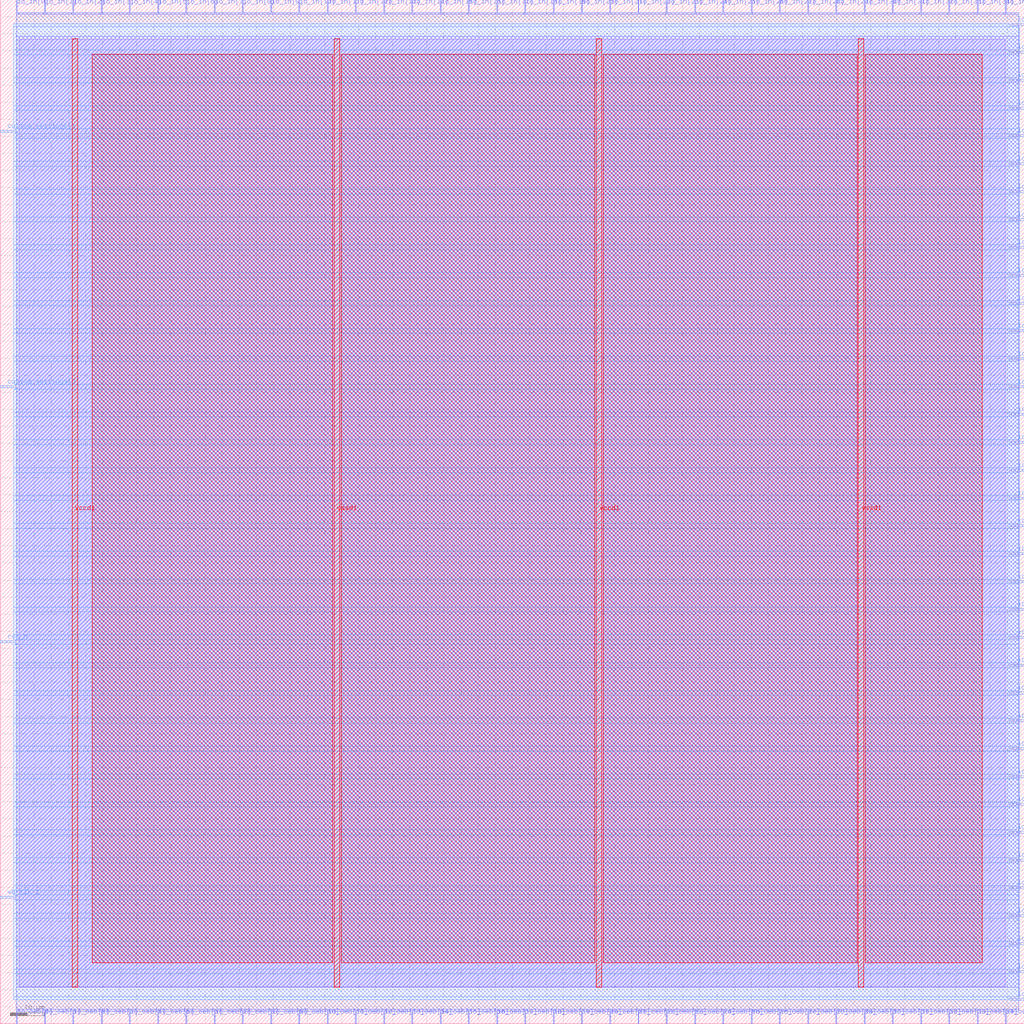
<source format=lef>
VERSION 5.7 ;
  NOWIREEXTENSIONATPIN ON ;
  DIVIDERCHAR "/" ;
  BUSBITCHARS "[]" ;
MACRO ci2406_z80
  CLASS BLOCK ;
  FOREIGN ci2406_z80 ;
  ORIGIN 0.000 0.000 ;
  SIZE 300.000 BY 300.000 ;
  PIN custom_settings[0]
    DIRECTION INPUT ;
    USE SIGNAL ;
    ANTENNAGATEAREA 0.213000 ;
    PORT
      LAYER met3 ;
        RECT 0.000 186.360 4.000 186.960 ;
    END
  END custom_settings[0]
  PIN custom_settings[1]
    DIRECTION INPUT ;
    USE SIGNAL ;
    PORT
      LAYER met3 ;
        RECT 0.000 261.160 4.000 261.760 ;
    END
  END custom_settings[1]
  PIN io_in[0]
    DIRECTION INPUT ;
    USE SIGNAL ;
    PORT
      LAYER met2 ;
        RECT 4.690 296.000 4.970 300.000 ;
    END
  END io_in[0]
  PIN io_in[10]
    DIRECTION INPUT ;
    USE SIGNAL ;
    PORT
      LAYER met2 ;
        RECT 87.490 296.000 87.770 300.000 ;
    END
  END io_in[10]
  PIN io_in[11]
    DIRECTION INPUT ;
    USE SIGNAL ;
    PORT
      LAYER met2 ;
        RECT 95.770 296.000 96.050 300.000 ;
    END
  END io_in[11]
  PIN io_in[12]
    DIRECTION INPUT ;
    USE SIGNAL ;
    PORT
      LAYER met2 ;
        RECT 104.050 296.000 104.330 300.000 ;
    END
  END io_in[12]
  PIN io_in[13]
    DIRECTION INPUT ;
    USE SIGNAL ;
    PORT
      LAYER met2 ;
        RECT 112.330 296.000 112.610 300.000 ;
    END
  END io_in[13]
  PIN io_in[14]
    DIRECTION INPUT ;
    USE SIGNAL ;
    PORT
      LAYER met2 ;
        RECT 120.610 296.000 120.890 300.000 ;
    END
  END io_in[14]
  PIN io_in[15]
    DIRECTION INPUT ;
    USE SIGNAL ;
    PORT
      LAYER met2 ;
        RECT 128.890 296.000 129.170 300.000 ;
    END
  END io_in[15]
  PIN io_in[16]
    DIRECTION INPUT ;
    USE SIGNAL ;
    PORT
      LAYER met2 ;
        RECT 137.170 296.000 137.450 300.000 ;
    END
  END io_in[16]
  PIN io_in[17]
    DIRECTION INPUT ;
    USE SIGNAL ;
    PORT
      LAYER met2 ;
        RECT 145.450 296.000 145.730 300.000 ;
    END
  END io_in[17]
  PIN io_in[18]
    DIRECTION INPUT ;
    USE SIGNAL ;
    PORT
      LAYER met2 ;
        RECT 153.730 296.000 154.010 300.000 ;
    END
  END io_in[18]
  PIN io_in[19]
    DIRECTION INPUT ;
    USE SIGNAL ;
    PORT
      LAYER met2 ;
        RECT 162.010 296.000 162.290 300.000 ;
    END
  END io_in[19]
  PIN io_in[1]
    DIRECTION INPUT ;
    USE SIGNAL ;
    PORT
      LAYER met2 ;
        RECT 12.970 296.000 13.250 300.000 ;
    END
  END io_in[1]
  PIN io_in[20]
    DIRECTION INPUT ;
    USE SIGNAL ;
    PORT
      LAYER met2 ;
        RECT 170.290 296.000 170.570 300.000 ;
    END
  END io_in[20]
  PIN io_in[21]
    DIRECTION INPUT ;
    USE SIGNAL ;
    PORT
      LAYER met2 ;
        RECT 178.570 296.000 178.850 300.000 ;
    END
  END io_in[21]
  PIN io_in[22]
    DIRECTION INPUT ;
    USE SIGNAL ;
    ANTENNAGATEAREA 0.126000 ;
    PORT
      LAYER met2 ;
        RECT 186.850 296.000 187.130 300.000 ;
    END
  END io_in[22]
  PIN io_in[23]
    DIRECTION INPUT ;
    USE SIGNAL ;
    ANTENNAGATEAREA 0.126000 ;
    PORT
      LAYER met2 ;
        RECT 195.130 296.000 195.410 300.000 ;
    END
  END io_in[23]
  PIN io_in[24]
    DIRECTION INPUT ;
    USE SIGNAL ;
    ANTENNAGATEAREA 0.159000 ;
    PORT
      LAYER met2 ;
        RECT 203.410 296.000 203.690 300.000 ;
    END
  END io_in[24]
  PIN io_in[25]
    DIRECTION INPUT ;
    USE SIGNAL ;
    ANTENNAGATEAREA 0.213000 ;
    PORT
      LAYER met2 ;
        RECT 211.690 296.000 211.970 300.000 ;
    END
  END io_in[25]
  PIN io_in[26]
    DIRECTION INPUT ;
    USE SIGNAL ;
    ANTENNAGATEAREA 0.213000 ;
    PORT
      LAYER met2 ;
        RECT 219.970 296.000 220.250 300.000 ;
    END
  END io_in[26]
  PIN io_in[27]
    DIRECTION INPUT ;
    USE SIGNAL ;
    ANTENNAGATEAREA 0.213000 ;
    PORT
      LAYER met2 ;
        RECT 228.250 296.000 228.530 300.000 ;
    END
  END io_in[27]
  PIN io_in[28]
    DIRECTION INPUT ;
    USE SIGNAL ;
    ANTENNAGATEAREA 0.213000 ;
    PORT
      LAYER met2 ;
        RECT 236.530 296.000 236.810 300.000 ;
    END
  END io_in[28]
  PIN io_in[29]
    DIRECTION INPUT ;
    USE SIGNAL ;
    ANTENNAGATEAREA 0.213000 ;
    PORT
      LAYER met2 ;
        RECT 244.810 296.000 245.090 300.000 ;
    END
  END io_in[29]
  PIN io_in[2]
    DIRECTION INPUT ;
    USE SIGNAL ;
    PORT
      LAYER met2 ;
        RECT 21.250 296.000 21.530 300.000 ;
    END
  END io_in[2]
  PIN io_in[30]
    DIRECTION INPUT ;
    USE SIGNAL ;
    ANTENNAGATEAREA 0.196500 ;
    PORT
      LAYER met2 ;
        RECT 253.090 296.000 253.370 300.000 ;
    END
  END io_in[30]
  PIN io_in[31]
    DIRECTION INPUT ;
    USE SIGNAL ;
    ANTENNAGATEAREA 0.196500 ;
    PORT
      LAYER met2 ;
        RECT 261.370 296.000 261.650 300.000 ;
    END
  END io_in[31]
  PIN io_in[32]
    DIRECTION INPUT ;
    USE SIGNAL ;
    PORT
      LAYER met2 ;
        RECT 269.650 296.000 269.930 300.000 ;
    END
  END io_in[32]
  PIN io_in[33]
    DIRECTION INPUT ;
    USE SIGNAL ;
    PORT
      LAYER met2 ;
        RECT 277.930 296.000 278.210 300.000 ;
    END
  END io_in[33]
  PIN io_in[34]
    DIRECTION INPUT ;
    USE SIGNAL ;
    PORT
      LAYER met2 ;
        RECT 286.210 296.000 286.490 300.000 ;
    END
  END io_in[34]
  PIN io_in[35]
    DIRECTION INPUT ;
    USE SIGNAL ;
    ANTENNAGATEAREA 0.196500 ;
    PORT
      LAYER met2 ;
        RECT 294.490 296.000 294.770 300.000 ;
    END
  END io_in[35]
  PIN io_in[3]
    DIRECTION INPUT ;
    USE SIGNAL ;
    PORT
      LAYER met2 ;
        RECT 29.530 296.000 29.810 300.000 ;
    END
  END io_in[3]
  PIN io_in[4]
    DIRECTION INPUT ;
    USE SIGNAL ;
    ANTENNAGATEAREA 0.213000 ;
    PORT
      LAYER met2 ;
        RECT 37.810 296.000 38.090 300.000 ;
    END
  END io_in[4]
  PIN io_in[5]
    DIRECTION INPUT ;
    USE SIGNAL ;
    PORT
      LAYER met2 ;
        RECT 46.090 296.000 46.370 300.000 ;
    END
  END io_in[5]
  PIN io_in[6]
    DIRECTION INPUT ;
    USE SIGNAL ;
    PORT
      LAYER met2 ;
        RECT 54.370 296.000 54.650 300.000 ;
    END
  END io_in[6]
  PIN io_in[7]
    DIRECTION INPUT ;
    USE SIGNAL ;
    PORT
      LAYER met2 ;
        RECT 62.650 296.000 62.930 300.000 ;
    END
  END io_in[7]
  PIN io_in[8]
    DIRECTION INPUT ;
    USE SIGNAL ;
    PORT
      LAYER met2 ;
        RECT 70.930 296.000 71.210 300.000 ;
    END
  END io_in[8]
  PIN io_in[9]
    DIRECTION INPUT ;
    USE SIGNAL ;
    PORT
      LAYER met2 ;
        RECT 79.210 296.000 79.490 300.000 ;
    END
  END io_in[9]
  PIN io_oeb[0]
    DIRECTION OUTPUT TRISTATE ;
    USE SIGNAL ;
    PORT
      LAYER met2 ;
        RECT 4.690 0.000 4.970 4.000 ;
    END
  END io_oeb[0]
  PIN io_oeb[10]
    DIRECTION OUTPUT TRISTATE ;
    USE SIGNAL ;
    PORT
      LAYER met2 ;
        RECT 87.490 0.000 87.770 4.000 ;
    END
  END io_oeb[10]
  PIN io_oeb[11]
    DIRECTION OUTPUT TRISTATE ;
    USE SIGNAL ;
    PORT
      LAYER met2 ;
        RECT 95.770 0.000 96.050 4.000 ;
    END
  END io_oeb[11]
  PIN io_oeb[12]
    DIRECTION OUTPUT TRISTATE ;
    USE SIGNAL ;
    PORT
      LAYER met2 ;
        RECT 104.050 0.000 104.330 4.000 ;
    END
  END io_oeb[12]
  PIN io_oeb[13]
    DIRECTION OUTPUT TRISTATE ;
    USE SIGNAL ;
    PORT
      LAYER met2 ;
        RECT 112.330 0.000 112.610 4.000 ;
    END
  END io_oeb[13]
  PIN io_oeb[14]
    DIRECTION OUTPUT TRISTATE ;
    USE SIGNAL ;
    PORT
      LAYER met2 ;
        RECT 120.610 0.000 120.890 4.000 ;
    END
  END io_oeb[14]
  PIN io_oeb[15]
    DIRECTION OUTPUT TRISTATE ;
    USE SIGNAL ;
    PORT
      LAYER met2 ;
        RECT 128.890 0.000 129.170 4.000 ;
    END
  END io_oeb[15]
  PIN io_oeb[16]
    DIRECTION OUTPUT TRISTATE ;
    USE SIGNAL ;
    PORT
      LAYER met2 ;
        RECT 137.170 0.000 137.450 4.000 ;
    END
  END io_oeb[16]
  PIN io_oeb[17]
    DIRECTION OUTPUT TRISTATE ;
    USE SIGNAL ;
    PORT
      LAYER met2 ;
        RECT 145.450 0.000 145.730 4.000 ;
    END
  END io_oeb[17]
  PIN io_oeb[18]
    DIRECTION OUTPUT TRISTATE ;
    USE SIGNAL ;
    PORT
      LAYER met2 ;
        RECT 153.730 0.000 154.010 4.000 ;
    END
  END io_oeb[18]
  PIN io_oeb[19]
    DIRECTION OUTPUT TRISTATE ;
    USE SIGNAL ;
    PORT
      LAYER met2 ;
        RECT 162.010 0.000 162.290 4.000 ;
    END
  END io_oeb[19]
  PIN io_oeb[1]
    DIRECTION OUTPUT TRISTATE ;
    USE SIGNAL ;
    PORT
      LAYER met2 ;
        RECT 12.970 0.000 13.250 4.000 ;
    END
  END io_oeb[1]
  PIN io_oeb[20]
    DIRECTION OUTPUT TRISTATE ;
    USE SIGNAL ;
    PORT
      LAYER met2 ;
        RECT 170.290 0.000 170.570 4.000 ;
    END
  END io_oeb[20]
  PIN io_oeb[21]
    DIRECTION OUTPUT TRISTATE ;
    USE SIGNAL ;
    PORT
      LAYER met2 ;
        RECT 178.570 0.000 178.850 4.000 ;
    END
  END io_oeb[21]
  PIN io_oeb[22]
    DIRECTION OUTPUT TRISTATE ;
    USE SIGNAL ;
    ANTENNADIFFAREA 2.673000 ;
    PORT
      LAYER met2 ;
        RECT 186.850 0.000 187.130 4.000 ;
    END
  END io_oeb[22]
  PIN io_oeb[23]
    DIRECTION OUTPUT TRISTATE ;
    USE SIGNAL ;
    ANTENNADIFFAREA 2.673000 ;
    PORT
      LAYER met2 ;
        RECT 195.130 0.000 195.410 4.000 ;
    END
  END io_oeb[23]
  PIN io_oeb[24]
    DIRECTION OUTPUT TRISTATE ;
    USE SIGNAL ;
    ANTENNADIFFAREA 2.673000 ;
    PORT
      LAYER met2 ;
        RECT 203.410 0.000 203.690 4.000 ;
    END
  END io_oeb[24]
  PIN io_oeb[25]
    DIRECTION OUTPUT TRISTATE ;
    USE SIGNAL ;
    ANTENNADIFFAREA 2.673000 ;
    PORT
      LAYER met2 ;
        RECT 211.690 0.000 211.970 4.000 ;
    END
  END io_oeb[25]
  PIN io_oeb[26]
    DIRECTION OUTPUT TRISTATE ;
    USE SIGNAL ;
    ANTENNADIFFAREA 2.673000 ;
    PORT
      LAYER met2 ;
        RECT 219.970 0.000 220.250 4.000 ;
    END
  END io_oeb[26]
  PIN io_oeb[27]
    DIRECTION OUTPUT TRISTATE ;
    USE SIGNAL ;
    ANTENNADIFFAREA 2.673000 ;
    PORT
      LAYER met2 ;
        RECT 228.250 0.000 228.530 4.000 ;
    END
  END io_oeb[27]
  PIN io_oeb[28]
    DIRECTION OUTPUT TRISTATE ;
    USE SIGNAL ;
    ANTENNADIFFAREA 2.673000 ;
    PORT
      LAYER met2 ;
        RECT 236.530 0.000 236.810 4.000 ;
    END
  END io_oeb[28]
  PIN io_oeb[29]
    DIRECTION OUTPUT TRISTATE ;
    USE SIGNAL ;
    ANTENNADIFFAREA 2.673000 ;
    PORT
      LAYER met2 ;
        RECT 244.810 0.000 245.090 4.000 ;
    END
  END io_oeb[29]
  PIN io_oeb[2]
    DIRECTION OUTPUT TRISTATE ;
    USE SIGNAL ;
    PORT
      LAYER met2 ;
        RECT 21.250 0.000 21.530 4.000 ;
    END
  END io_oeb[2]
  PIN io_oeb[30]
    DIRECTION OUTPUT TRISTATE ;
    USE SIGNAL ;
    PORT
      LAYER met2 ;
        RECT 253.090 0.000 253.370 4.000 ;
    END
  END io_oeb[30]
  PIN io_oeb[31]
    DIRECTION OUTPUT TRISTATE ;
    USE SIGNAL ;
    PORT
      LAYER met2 ;
        RECT 261.370 0.000 261.650 4.000 ;
    END
  END io_oeb[31]
  PIN io_oeb[32]
    DIRECTION OUTPUT TRISTATE ;
    USE SIGNAL ;
    PORT
      LAYER met2 ;
        RECT 269.650 0.000 269.930 4.000 ;
    END
  END io_oeb[32]
  PIN io_oeb[33]
    DIRECTION OUTPUT TRISTATE ;
    USE SIGNAL ;
    PORT
      LAYER met2 ;
        RECT 277.930 0.000 278.210 4.000 ;
    END
  END io_oeb[33]
  PIN io_oeb[34]
    DIRECTION OUTPUT TRISTATE ;
    USE SIGNAL ;
    PORT
      LAYER met2 ;
        RECT 286.210 0.000 286.490 4.000 ;
    END
  END io_oeb[34]
  PIN io_oeb[35]
    DIRECTION OUTPUT TRISTATE ;
    USE SIGNAL ;
    PORT
      LAYER met2 ;
        RECT 294.490 0.000 294.770 4.000 ;
    END
  END io_oeb[35]
  PIN io_oeb[3]
    DIRECTION OUTPUT TRISTATE ;
    USE SIGNAL ;
    PORT
      LAYER met2 ;
        RECT 29.530 0.000 29.810 4.000 ;
    END
  END io_oeb[3]
  PIN io_oeb[4]
    DIRECTION OUTPUT TRISTATE ;
    USE SIGNAL ;
    PORT
      LAYER met2 ;
        RECT 37.810 0.000 38.090 4.000 ;
    END
  END io_oeb[4]
  PIN io_oeb[5]
    DIRECTION OUTPUT TRISTATE ;
    USE SIGNAL ;
    PORT
      LAYER met2 ;
        RECT 46.090 0.000 46.370 4.000 ;
    END
  END io_oeb[5]
  PIN io_oeb[6]
    DIRECTION OUTPUT TRISTATE ;
    USE SIGNAL ;
    PORT
      LAYER met2 ;
        RECT 54.370 0.000 54.650 4.000 ;
    END
  END io_oeb[6]
  PIN io_oeb[7]
    DIRECTION OUTPUT TRISTATE ;
    USE SIGNAL ;
    PORT
      LAYER met2 ;
        RECT 62.650 0.000 62.930 4.000 ;
    END
  END io_oeb[7]
  PIN io_oeb[8]
    DIRECTION OUTPUT TRISTATE ;
    USE SIGNAL ;
    PORT
      LAYER met2 ;
        RECT 70.930 0.000 71.210 4.000 ;
    END
  END io_oeb[8]
  PIN io_oeb[9]
    DIRECTION OUTPUT TRISTATE ;
    USE SIGNAL ;
    PORT
      LAYER met2 ;
        RECT 79.210 0.000 79.490 4.000 ;
    END
  END io_oeb[9]
  PIN io_out[0]
    DIRECTION OUTPUT TRISTATE ;
    USE SIGNAL ;
    ANTENNADIFFAREA 2.673000 ;
    PORT
      LAYER met3 ;
        RECT 296.000 6.840 300.000 7.440 ;
    END
  END io_out[0]
  PIN io_out[10]
    DIRECTION OUTPUT TRISTATE ;
    USE SIGNAL ;
    ANTENNADIFFAREA 2.673000 ;
    PORT
      LAYER met3 ;
        RECT 296.000 88.440 300.000 89.040 ;
    END
  END io_out[10]
  PIN io_out[11]
    DIRECTION OUTPUT TRISTATE ;
    USE SIGNAL ;
    ANTENNADIFFAREA 2.673000 ;
    PORT
      LAYER met3 ;
        RECT 296.000 96.600 300.000 97.200 ;
    END
  END io_out[11]
  PIN io_out[12]
    DIRECTION OUTPUT TRISTATE ;
    USE SIGNAL ;
    ANTENNADIFFAREA 2.673000 ;
    PORT
      LAYER met3 ;
        RECT 296.000 104.760 300.000 105.360 ;
    END
  END io_out[12]
  PIN io_out[13]
    DIRECTION OUTPUT TRISTATE ;
    USE SIGNAL ;
    ANTENNADIFFAREA 2.673000 ;
    PORT
      LAYER met3 ;
        RECT 296.000 112.920 300.000 113.520 ;
    END
  END io_out[13]
  PIN io_out[14]
    DIRECTION OUTPUT TRISTATE ;
    USE SIGNAL ;
    ANTENNADIFFAREA 2.673000 ;
    PORT
      LAYER met3 ;
        RECT 296.000 121.080 300.000 121.680 ;
    END
  END io_out[14]
  PIN io_out[15]
    DIRECTION OUTPUT TRISTATE ;
    USE SIGNAL ;
    ANTENNADIFFAREA 2.673000 ;
    PORT
      LAYER met3 ;
        RECT 296.000 129.240 300.000 129.840 ;
    END
  END io_out[15]
  PIN io_out[16]
    DIRECTION OUTPUT TRISTATE ;
    USE SIGNAL ;
    ANTENNADIFFAREA 2.673000 ;
    PORT
      LAYER met3 ;
        RECT 296.000 137.400 300.000 138.000 ;
    END
  END io_out[16]
  PIN io_out[17]
    DIRECTION OUTPUT TRISTATE ;
    USE SIGNAL ;
    ANTENNADIFFAREA 2.673000 ;
    PORT
      LAYER met3 ;
        RECT 296.000 145.560 300.000 146.160 ;
    END
  END io_out[17]
  PIN io_out[18]
    DIRECTION OUTPUT TRISTATE ;
    USE SIGNAL ;
    ANTENNADIFFAREA 2.673000 ;
    PORT
      LAYER met3 ;
        RECT 296.000 153.720 300.000 154.320 ;
    END
  END io_out[18]
  PIN io_out[19]
    DIRECTION OUTPUT TRISTATE ;
    USE SIGNAL ;
    ANTENNADIFFAREA 2.673000 ;
    PORT
      LAYER met3 ;
        RECT 296.000 161.880 300.000 162.480 ;
    END
  END io_out[19]
  PIN io_out[1]
    DIRECTION OUTPUT TRISTATE ;
    USE SIGNAL ;
    ANTENNADIFFAREA 2.673000 ;
    PORT
      LAYER met3 ;
        RECT 296.000 15.000 300.000 15.600 ;
    END
  END io_out[1]
  PIN io_out[20]
    DIRECTION OUTPUT TRISTATE ;
    USE SIGNAL ;
    ANTENNADIFFAREA 2.673000 ;
    PORT
      LAYER met3 ;
        RECT 296.000 170.040 300.000 170.640 ;
    END
  END io_out[20]
  PIN io_out[21]
    DIRECTION OUTPUT TRISTATE ;
    USE SIGNAL ;
    ANTENNADIFFAREA 2.673000 ;
    PORT
      LAYER met3 ;
        RECT 296.000 178.200 300.000 178.800 ;
    END
  END io_out[21]
  PIN io_out[22]
    DIRECTION OUTPUT TRISTATE ;
    USE SIGNAL ;
    ANTENNADIFFAREA 2.673000 ;
    PORT
      LAYER met3 ;
        RECT 296.000 186.360 300.000 186.960 ;
    END
  END io_out[22]
  PIN io_out[23]
    DIRECTION OUTPUT TRISTATE ;
    USE SIGNAL ;
    ANTENNADIFFAREA 2.673000 ;
    PORT
      LAYER met3 ;
        RECT 296.000 194.520 300.000 195.120 ;
    END
  END io_out[23]
  PIN io_out[24]
    DIRECTION OUTPUT TRISTATE ;
    USE SIGNAL ;
    ANTENNADIFFAREA 2.673000 ;
    PORT
      LAYER met3 ;
        RECT 296.000 202.680 300.000 203.280 ;
    END
  END io_out[24]
  PIN io_out[25]
    DIRECTION OUTPUT TRISTATE ;
    USE SIGNAL ;
    ANTENNADIFFAREA 2.673000 ;
    PORT
      LAYER met3 ;
        RECT 296.000 210.840 300.000 211.440 ;
    END
  END io_out[25]
  PIN io_out[26]
    DIRECTION OUTPUT TRISTATE ;
    USE SIGNAL ;
    ANTENNADIFFAREA 2.673000 ;
    PORT
      LAYER met3 ;
        RECT 296.000 219.000 300.000 219.600 ;
    END
  END io_out[26]
  PIN io_out[27]
    DIRECTION OUTPUT TRISTATE ;
    USE SIGNAL ;
    ANTENNADIFFAREA 2.673000 ;
    PORT
      LAYER met3 ;
        RECT 296.000 227.160 300.000 227.760 ;
    END
  END io_out[27]
  PIN io_out[28]
    DIRECTION OUTPUT TRISTATE ;
    USE SIGNAL ;
    ANTENNADIFFAREA 2.673000 ;
    PORT
      LAYER met3 ;
        RECT 296.000 235.320 300.000 235.920 ;
    END
  END io_out[28]
  PIN io_out[29]
    DIRECTION OUTPUT TRISTATE ;
    USE SIGNAL ;
    ANTENNADIFFAREA 2.673000 ;
    PORT
      LAYER met3 ;
        RECT 296.000 243.480 300.000 244.080 ;
    END
  END io_out[29]
  PIN io_out[2]
    DIRECTION OUTPUT TRISTATE ;
    USE SIGNAL ;
    ANTENNADIFFAREA 2.673000 ;
    PORT
      LAYER met3 ;
        RECT 296.000 23.160 300.000 23.760 ;
    END
  END io_out[2]
  PIN io_out[30]
    DIRECTION OUTPUT TRISTATE ;
    USE SIGNAL ;
    PORT
      LAYER met3 ;
        RECT 296.000 251.640 300.000 252.240 ;
    END
  END io_out[30]
  PIN io_out[31]
    DIRECTION OUTPUT TRISTATE ;
    USE SIGNAL ;
    PORT
      LAYER met3 ;
        RECT 296.000 259.800 300.000 260.400 ;
    END
  END io_out[31]
  PIN io_out[32]
    DIRECTION OUTPUT TRISTATE ;
    USE SIGNAL ;
    ANTENNADIFFAREA 2.673000 ;
    PORT
      LAYER met3 ;
        RECT 296.000 267.960 300.000 268.560 ;
    END
  END io_out[32]
  PIN io_out[33]
    DIRECTION OUTPUT TRISTATE ;
    USE SIGNAL ;
    ANTENNADIFFAREA 2.673000 ;
    PORT
      LAYER met3 ;
        RECT 296.000 276.120 300.000 276.720 ;
    END
  END io_out[33]
  PIN io_out[34]
    DIRECTION OUTPUT TRISTATE ;
    USE SIGNAL ;
    ANTENNADIFFAREA 2.673000 ;
    PORT
      LAYER met3 ;
        RECT 296.000 284.280 300.000 284.880 ;
    END
  END io_out[34]
  PIN io_out[35]
    DIRECTION OUTPUT TRISTATE ;
    USE SIGNAL ;
    PORT
      LAYER met3 ;
        RECT 296.000 292.440 300.000 293.040 ;
    END
  END io_out[35]
  PIN io_out[3]
    DIRECTION OUTPUT TRISTATE ;
    USE SIGNAL ;
    ANTENNADIFFAREA 2.673000 ;
    PORT
      LAYER met3 ;
        RECT 296.000 31.320 300.000 31.920 ;
    END
  END io_out[3]
  PIN io_out[4]
    DIRECTION OUTPUT TRISTATE ;
    USE SIGNAL ;
    PORT
      LAYER met3 ;
        RECT 296.000 39.480 300.000 40.080 ;
    END
  END io_out[4]
  PIN io_out[5]
    DIRECTION OUTPUT TRISTATE ;
    USE SIGNAL ;
    ANTENNADIFFAREA 2.673000 ;
    PORT
      LAYER met3 ;
        RECT 296.000 47.640 300.000 48.240 ;
    END
  END io_out[5]
  PIN io_out[6]
    DIRECTION OUTPUT TRISTATE ;
    USE SIGNAL ;
    ANTENNADIFFAREA 2.673000 ;
    PORT
      LAYER met3 ;
        RECT 296.000 55.800 300.000 56.400 ;
    END
  END io_out[6]
  PIN io_out[7]
    DIRECTION OUTPUT TRISTATE ;
    USE SIGNAL ;
    ANTENNADIFFAREA 2.673000 ;
    PORT
      LAYER met3 ;
        RECT 296.000 63.960 300.000 64.560 ;
    END
  END io_out[7]
  PIN io_out[8]
    DIRECTION OUTPUT TRISTATE ;
    USE SIGNAL ;
    ANTENNADIFFAREA 2.673000 ;
    PORT
      LAYER met3 ;
        RECT 296.000 72.120 300.000 72.720 ;
    END
  END io_out[8]
  PIN io_out[9]
    DIRECTION OUTPUT TRISTATE ;
    USE SIGNAL ;
    ANTENNADIFFAREA 2.673000 ;
    PORT
      LAYER met3 ;
        RECT 296.000 80.280 300.000 80.880 ;
    END
  END io_out[9]
  PIN rst_n
    DIRECTION INPUT ;
    USE SIGNAL ;
    ANTENNAGATEAREA 0.126000 ;
    PORT
      LAYER met3 ;
        RECT 0.000 111.560 4.000 112.160 ;
    END
  END rst_n
  PIN vccd1
    DIRECTION INOUT ;
    USE POWER ;
    PORT
      LAYER met4 ;
        RECT 21.040 10.640 22.640 288.560 ;
    END
    PORT
      LAYER met4 ;
        RECT 174.640 10.640 176.240 288.560 ;
    END
  END vccd1
  PIN vssd1
    DIRECTION INOUT ;
    USE GROUND ;
    PORT
      LAYER met4 ;
        RECT 97.840 10.640 99.440 288.560 ;
    END
    PORT
      LAYER met4 ;
        RECT 251.440 10.640 253.040 288.560 ;
    END
  END vssd1
  PIN wb_clk_i
    DIRECTION INPUT ;
    USE SIGNAL ;
    ANTENNAGATEAREA 0.852000 ;
    PORT
      LAYER met3 ;
        RECT 0.000 36.760 4.000 37.360 ;
    END
  END wb_clk_i
  OBS
      LAYER li1 ;
        RECT 5.520 10.795 294.400 288.405 ;
      LAYER met1 ;
        RECT 4.670 10.640 298.470 289.300 ;
      LAYER met2 ;
        RECT 5.250 295.720 12.690 296.210 ;
        RECT 13.530 295.720 20.970 296.210 ;
        RECT 21.810 295.720 29.250 296.210 ;
        RECT 30.090 295.720 37.530 296.210 ;
        RECT 38.370 295.720 45.810 296.210 ;
        RECT 46.650 295.720 54.090 296.210 ;
        RECT 54.930 295.720 62.370 296.210 ;
        RECT 63.210 295.720 70.650 296.210 ;
        RECT 71.490 295.720 78.930 296.210 ;
        RECT 79.770 295.720 87.210 296.210 ;
        RECT 88.050 295.720 95.490 296.210 ;
        RECT 96.330 295.720 103.770 296.210 ;
        RECT 104.610 295.720 112.050 296.210 ;
        RECT 112.890 295.720 120.330 296.210 ;
        RECT 121.170 295.720 128.610 296.210 ;
        RECT 129.450 295.720 136.890 296.210 ;
        RECT 137.730 295.720 145.170 296.210 ;
        RECT 146.010 295.720 153.450 296.210 ;
        RECT 154.290 295.720 161.730 296.210 ;
        RECT 162.570 295.720 170.010 296.210 ;
        RECT 170.850 295.720 178.290 296.210 ;
        RECT 179.130 295.720 186.570 296.210 ;
        RECT 187.410 295.720 194.850 296.210 ;
        RECT 195.690 295.720 203.130 296.210 ;
        RECT 203.970 295.720 211.410 296.210 ;
        RECT 212.250 295.720 219.690 296.210 ;
        RECT 220.530 295.720 227.970 296.210 ;
        RECT 228.810 295.720 236.250 296.210 ;
        RECT 237.090 295.720 244.530 296.210 ;
        RECT 245.370 295.720 252.810 296.210 ;
        RECT 253.650 295.720 261.090 296.210 ;
        RECT 261.930 295.720 269.370 296.210 ;
        RECT 270.210 295.720 277.650 296.210 ;
        RECT 278.490 295.720 285.930 296.210 ;
        RECT 286.770 295.720 294.210 296.210 ;
        RECT 295.050 295.720 298.450 296.210 ;
        RECT 4.690 4.280 298.450 295.720 ;
        RECT 5.250 3.670 12.690 4.280 ;
        RECT 13.530 3.670 20.970 4.280 ;
        RECT 21.810 3.670 29.250 4.280 ;
        RECT 30.090 3.670 37.530 4.280 ;
        RECT 38.370 3.670 45.810 4.280 ;
        RECT 46.650 3.670 54.090 4.280 ;
        RECT 54.930 3.670 62.370 4.280 ;
        RECT 63.210 3.670 70.650 4.280 ;
        RECT 71.490 3.670 78.930 4.280 ;
        RECT 79.770 3.670 87.210 4.280 ;
        RECT 88.050 3.670 95.490 4.280 ;
        RECT 96.330 3.670 103.770 4.280 ;
        RECT 104.610 3.670 112.050 4.280 ;
        RECT 112.890 3.670 120.330 4.280 ;
        RECT 121.170 3.670 128.610 4.280 ;
        RECT 129.450 3.670 136.890 4.280 ;
        RECT 137.730 3.670 145.170 4.280 ;
        RECT 146.010 3.670 153.450 4.280 ;
        RECT 154.290 3.670 161.730 4.280 ;
        RECT 162.570 3.670 170.010 4.280 ;
        RECT 170.850 3.670 178.290 4.280 ;
        RECT 179.130 3.670 186.570 4.280 ;
        RECT 187.410 3.670 194.850 4.280 ;
        RECT 195.690 3.670 203.130 4.280 ;
        RECT 203.970 3.670 211.410 4.280 ;
        RECT 212.250 3.670 219.690 4.280 ;
        RECT 220.530 3.670 227.970 4.280 ;
        RECT 228.810 3.670 236.250 4.280 ;
        RECT 237.090 3.670 244.530 4.280 ;
        RECT 245.370 3.670 252.810 4.280 ;
        RECT 253.650 3.670 261.090 4.280 ;
        RECT 261.930 3.670 269.370 4.280 ;
        RECT 270.210 3.670 277.650 4.280 ;
        RECT 278.490 3.670 285.930 4.280 ;
        RECT 286.770 3.670 294.210 4.280 ;
        RECT 295.050 3.670 298.450 4.280 ;
      LAYER met3 ;
        RECT 3.990 292.040 295.600 292.905 ;
        RECT 3.990 285.280 298.475 292.040 ;
        RECT 3.990 283.880 295.600 285.280 ;
        RECT 3.990 277.120 298.475 283.880 ;
        RECT 3.990 275.720 295.600 277.120 ;
        RECT 3.990 268.960 298.475 275.720 ;
        RECT 3.990 267.560 295.600 268.960 ;
        RECT 3.990 262.160 298.475 267.560 ;
        RECT 4.400 260.800 298.475 262.160 ;
        RECT 4.400 260.760 295.600 260.800 ;
        RECT 3.990 259.400 295.600 260.760 ;
        RECT 3.990 252.640 298.475 259.400 ;
        RECT 3.990 251.240 295.600 252.640 ;
        RECT 3.990 244.480 298.475 251.240 ;
        RECT 3.990 243.080 295.600 244.480 ;
        RECT 3.990 236.320 298.475 243.080 ;
        RECT 3.990 234.920 295.600 236.320 ;
        RECT 3.990 228.160 298.475 234.920 ;
        RECT 3.990 226.760 295.600 228.160 ;
        RECT 3.990 220.000 298.475 226.760 ;
        RECT 3.990 218.600 295.600 220.000 ;
        RECT 3.990 211.840 298.475 218.600 ;
        RECT 3.990 210.440 295.600 211.840 ;
        RECT 3.990 203.680 298.475 210.440 ;
        RECT 3.990 202.280 295.600 203.680 ;
        RECT 3.990 195.520 298.475 202.280 ;
        RECT 3.990 194.120 295.600 195.520 ;
        RECT 3.990 187.360 298.475 194.120 ;
        RECT 4.400 185.960 295.600 187.360 ;
        RECT 3.990 179.200 298.475 185.960 ;
        RECT 3.990 177.800 295.600 179.200 ;
        RECT 3.990 171.040 298.475 177.800 ;
        RECT 3.990 169.640 295.600 171.040 ;
        RECT 3.990 162.880 298.475 169.640 ;
        RECT 3.990 161.480 295.600 162.880 ;
        RECT 3.990 154.720 298.475 161.480 ;
        RECT 3.990 153.320 295.600 154.720 ;
        RECT 3.990 146.560 298.475 153.320 ;
        RECT 3.990 145.160 295.600 146.560 ;
        RECT 3.990 138.400 298.475 145.160 ;
        RECT 3.990 137.000 295.600 138.400 ;
        RECT 3.990 130.240 298.475 137.000 ;
        RECT 3.990 128.840 295.600 130.240 ;
        RECT 3.990 122.080 298.475 128.840 ;
        RECT 3.990 120.680 295.600 122.080 ;
        RECT 3.990 113.920 298.475 120.680 ;
        RECT 3.990 112.560 295.600 113.920 ;
        RECT 4.400 112.520 295.600 112.560 ;
        RECT 4.400 111.160 298.475 112.520 ;
        RECT 3.990 105.760 298.475 111.160 ;
        RECT 3.990 104.360 295.600 105.760 ;
        RECT 3.990 97.600 298.475 104.360 ;
        RECT 3.990 96.200 295.600 97.600 ;
        RECT 3.990 89.440 298.475 96.200 ;
        RECT 3.990 88.040 295.600 89.440 ;
        RECT 3.990 81.280 298.475 88.040 ;
        RECT 3.990 79.880 295.600 81.280 ;
        RECT 3.990 73.120 298.475 79.880 ;
        RECT 3.990 71.720 295.600 73.120 ;
        RECT 3.990 64.960 298.475 71.720 ;
        RECT 3.990 63.560 295.600 64.960 ;
        RECT 3.990 56.800 298.475 63.560 ;
        RECT 3.990 55.400 295.600 56.800 ;
        RECT 3.990 48.640 298.475 55.400 ;
        RECT 3.990 47.240 295.600 48.640 ;
        RECT 3.990 40.480 298.475 47.240 ;
        RECT 3.990 39.080 295.600 40.480 ;
        RECT 3.990 37.760 298.475 39.080 ;
        RECT 4.400 36.360 298.475 37.760 ;
        RECT 3.990 32.320 298.475 36.360 ;
        RECT 3.990 30.920 295.600 32.320 ;
        RECT 3.990 24.160 298.475 30.920 ;
        RECT 3.990 22.760 295.600 24.160 ;
        RECT 3.990 16.000 298.475 22.760 ;
        RECT 3.990 14.600 295.600 16.000 ;
        RECT 3.990 7.840 298.475 14.600 ;
        RECT 3.990 6.975 295.600 7.840 ;
      LAYER met4 ;
        RECT 26.975 17.855 97.440 284.065 ;
        RECT 99.840 17.855 174.240 284.065 ;
        RECT 176.640 17.855 251.040 284.065 ;
        RECT 253.440 17.855 287.665 284.065 ;
  END
END ci2406_z80
END LIBRARY


</source>
